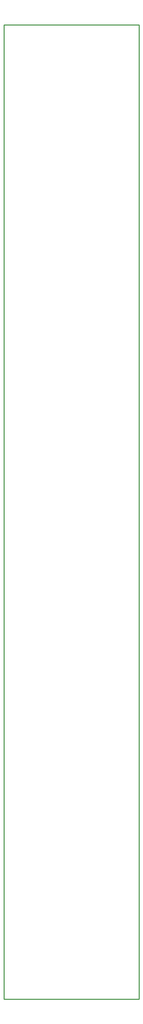
<source format=gko>
G04 Layer: BoardOutlineLayer*
G04 EasyEDA v6.5.34, 2023-09-06 22:56:04*
G04 2fa0d92a81ff4a44aa565c36b1e7baf9,5a6b42c53f6a479593ecc07194224c93,10*
G04 Gerber Generator version 0.2*
G04 Scale: 100 percent, Rotated: No, Reflected: No *
G04 Dimensions in millimeters *
G04 leading zeros omitted , absolute positions ,4 integer and 5 decimal *
%FSLAX45Y45*%
%MOMM*%

%ADD10C,0.2540*%
D10*
X5295900Y27305000D02*
G01*
X8763000Y27305000D01*
X8763000Y2413000D01*
X5295900Y2413000D01*
X5295900Y27305000D01*

%LPD*%
M02*

</source>
